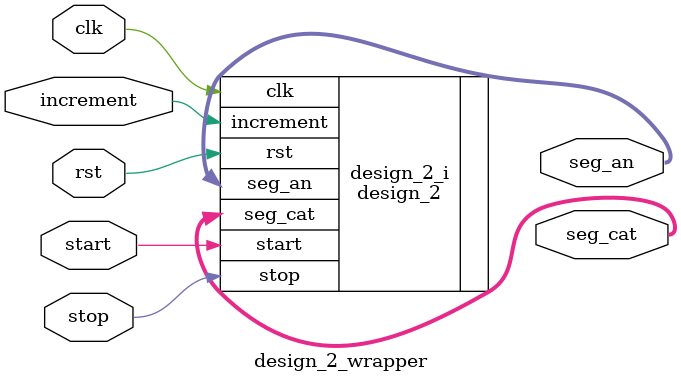
<source format=v>
`timescale 1 ps / 1 ps

module design_2_wrapper
   (clk,
    increment,
    rst,
    seg_an,
    seg_cat,
    start,
    stop);
  input clk;
  input increment;
  input rst;
  output [3:0]seg_an;
  output [7:0]seg_cat;
  input start;
  input stop;

  wire clk;
  wire increment;
  wire rst;
  wire [3:0]seg_an;
  wire [7:0]seg_cat;
  wire start;
  wire stop;

  design_2 design_2_i
       (.clk(clk),
        .increment(increment),
        .rst(rst),
        .seg_an(seg_an),
        .seg_cat(seg_cat),
        .start(start),
        .stop(stop));
endmodule

</source>
